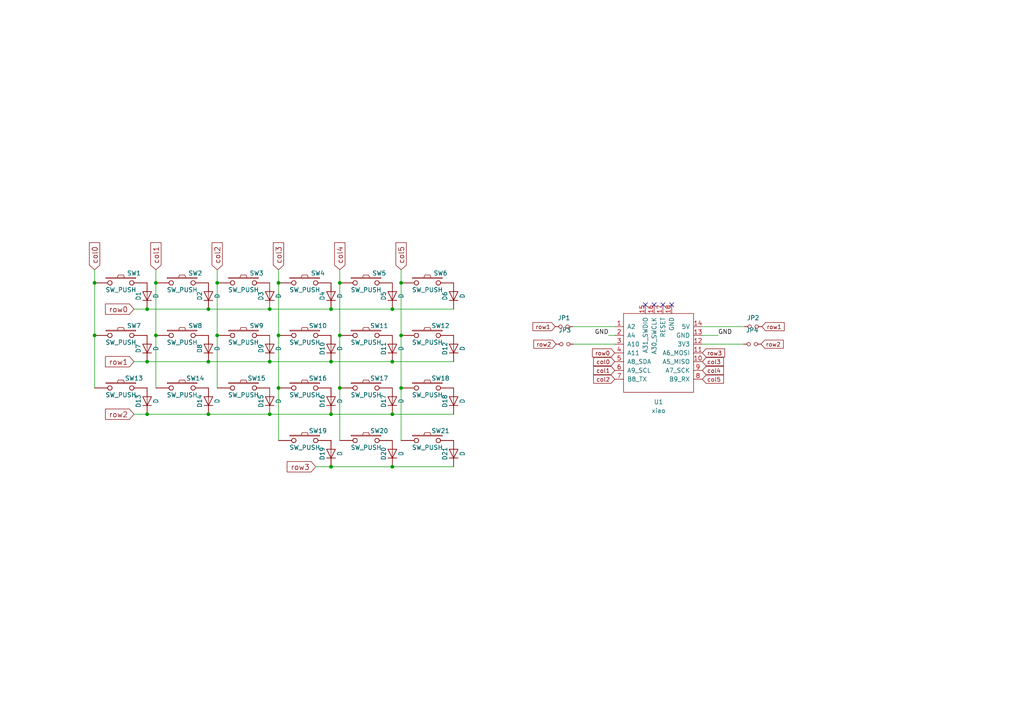
<source format=kicad_sch>
(kicad_sch (version 20211123) (generator eeschema)
  (paper "A4")
  (title_block (title "Corne Classic") (date "2018-08-24") (rev "2.0") (company "foostan"))
  (lib_symbols
    (symbol "Xiao:xiao" (pin_names (offset 1.016))
      (property "Reference" "U" (at -10.16 15.24 0))
      (property "Value" "xiao" (at -8.89 12.7 0))
      (symbol "xiao_0_1"
        (rectangle (start -10.16 11.43) (end 10.16 -11.43))
      )
      (symbol "xiao_1_1"
        (pin bidirectional line (at -12.7 7.62 0) (length 2.54) (name "A2") (number "1"))
        (pin bidirectional line (at 12.7 -2.54 180) (length 2.54) (name "A5_MISO") (number "10"))
        (pin bidirectional line (at 12.7 0 180) (length 2.54) (name "A6_MOSI") (number "11"))
        (pin power_out line (at 12.7 2.54 180) (length 2.54) (name "3V3") (number "12"))
        (pin power_out line (at 12.7 5.08 180) (length 2.54) (name "GND") (number "13"))
        (pin power_out line (at 12.7 7.62 180) (length 2.54) (name "5V") (number "14"))
        (pin input line (at -3.81 13.97 270) (length 2.54) (name "A31_SWDIO") (number "15"))
        (pin input line (at -1.27 13.97 270) (length 2.54) (name "A30_SWCLK") (number "16"))
        (pin input line (at 1.27 13.97 270) (length 2.54) (name "RESET") (number "17"))
        (pin power_out line (at 3.81 13.97 270) (length 2.54) (name "GND") (number "18"))
        (pin bidirectional line (at -12.7 5.08 0) (length 2.54) (name "A4") (number "2"))
        (pin bidirectional line (at -12.7 2.54 0) (length 2.54) (name "A10") (number "3"))
        (pin bidirectional line (at -12.7 0 0) (length 2.54) (name "A11") (number "4"))
        (pin bidirectional line (at -12.7 -2.54 0) (length 2.54) (name "A8_SDA") (number "5"))
        (pin bidirectional line (at -12.7 -5.08 0) (length 2.54) (name "A9_SCL") (number "6"))
        (pin bidirectional line (at -12.7 -7.62 0) (length 2.54) (name "B8_TX") (number "7"))
        (pin bidirectional line (at 12.7 -7.62 180) (length 2.54) (name "B9_RX") (number "8"))
        (pin bidirectional line (at 12.7 -5.08 180) (length 2.54) (name "A7_SCK") (number "9"))
      )
    )
    (symbol "xorne-pcb:D-Device" (pin_numbers hide) (pin_names (offset 1.016) hide)
      (property "Reference" "D" (at 0 2.54 0))
      (property "Value" "D-Device" (at 0 -2.54 0))
      (symbol "D-Device_0_1"
        (polyline (pts (xy -1.27 1.27) (xy -1.27 -1.27)) (stroke (width 0.2032)))
        (polyline (pts (xy 1.27 0) (xy -1.27 0)))
        (polyline (pts (xy 1.27 1.27) (xy 1.27 -1.27) (xy -1.27 0) (xy 1.27 1.27)) (stroke (width 0.2032)))
      )
      (symbol "D-Device_1_1"
        (pin passive line (at -3.81 0 0) (length 2.54) (name "K") (number "1"))
        (pin passive line (at 3.81 0 180) (length 2.54) (name "A") (number "2"))
      )
    )
    (symbol "xorne-pcb:Jumper_NO_Small-Device" (pin_numbers hide) (pin_names (offset 0.762) hide)
      (property "Reference" "JP" (at 0 2.032 0))
      (property "Value" "Jumper_NO_Small-Device" (at 0.254 -1.524 0))
      (symbol "Jumper_NO_Small-Device_0_1"
        (circle (center -1.016 0) (radius 0.508))
        (circle (center 1.016 0) (radius 0.508))
        (pin passive line (at -2.54 0 0) (length 1.016) (name "1") (number "1"))
        (pin passive line (at 2.54 0 180) (length 1.016) (name "2") (number "2"))
      )
    )
    (symbol "xorne-pcb:SW_PUSH-kbd" (pin_numbers hide) (pin_names (offset 1.016) hide)
      (property "Reference" "SW" (at 3.81 2.794 0))
      (property "Value" "SW_PUSH-kbd" (at 0 -2.032 0))
      (symbol "SW_PUSH-kbd_0_1"
        (rectangle (start -4.318 1.27) (end 4.318 1.524))
        (polyline (pts (xy -1.016 1.524) (xy -0.762 2.286) (xy 0.762 2.286) (xy 1.016 1.524)))
        (pin passive inverted (at -7.62 0 0) (length 5.08) (name "1") (number "1"))
        (pin passive inverted (at 7.62 0 180) (length 5.08) (name "2") (number "2"))
      )
    )
  )
  (junction (at 98.552 112.522))
  (junction (at 80.772 112.522))
  (junction (at 60.452 89.662))
  (junction (at 62.992 82.042))
  (junction (at 42.672 104.902))
  (junction (at 98.552 82.042))
  (junction (at 78.232 104.902))
  (junction (at 60.452 120.142))
  (junction (at 96.012 89.662))
  (junction (at 96.012 135.382))
  (junction (at 45.212 82.042))
  (junction (at 42.672 120.142))
  (junction (at 116.332 82.042))
  (junction (at 80.772 97.282))
  (junction (at 78.232 89.662))
  (junction (at 113.792 89.662))
  (junction (at 27.432 82.042))
  (junction (at 96.012 104.902))
  (junction (at 45.212 97.282))
  (junction (at 96.012 120.142))
  (junction (at 62.992 97.282))
  (junction (at 113.792 120.142))
  (junction (at 116.332 112.522))
  (junction (at 113.792 135.382))
  (junction (at 78.232 120.142))
  (junction (at 60.452 104.902))
  (junction (at 116.332 97.282))
  (junction (at 27.432 97.282))
  (junction (at 113.792 104.902))
  (junction (at 98.552 97.282))
  (junction (at 80.772 82.042))
  (junction (at 42.672 89.662))
  (no_connect (at 189.738 88.392))
  (no_connect (at 194.818 88.392))
  (no_connect (at 192.278 88.392))
  (no_connect (at 187.198 88.392))
  (wire (pts (xy 45.212 97.282) (xy 45.212 112.522)))
  (wire (pts (xy 80.772 78.232) (xy 80.772 82.042)))
  (wire (pts (xy 113.792 120.142) (xy 131.572 120.142)))
  (wire (pts (xy 96.012 104.902) (xy 113.792 104.902)))
  (wire (pts (xy 78.232 89.662) (xy 96.012 89.662)))
  (wire (pts (xy 203.708 99.822) (xy 215.646 99.822)))
  (wire (pts (xy 203.708 97.282) (xy 208.28 97.282)))
  (wire (pts (xy 38.862 120.142) (xy 42.672 120.142)))
  (wire (pts (xy 78.232 104.902) (xy 96.012 104.902)))
  (wire (pts (xy 98.552 112.522) (xy 98.552 127.762)))
  (wire (pts (xy 203.708 94.742) (xy 215.9 94.742)))
  (wire (pts (xy 60.452 120.142) (xy 78.232 120.142)))
  (wire (pts (xy 62.992 82.042) (xy 62.992 97.282)))
  (wire (pts (xy 91.567 135.382) (xy 96.012 135.382)))
  (wire (pts (xy 116.332 97.282) (xy 116.332 112.522)))
  (wire (pts (xy 178.308 99.822) (xy 166.37 99.822)))
  (wire (pts (xy 42.672 104.902) (xy 60.452 104.902)))
  (wire (pts (xy 60.452 89.662) (xy 78.232 89.662)))
  (wire (pts (xy 62.992 78.232) (xy 62.992 82.042)))
  (wire (pts (xy 42.672 89.662) (xy 60.452 89.662)))
  (wire (pts (xy 113.792 135.382) (xy 131.572 135.382)))
  (wire (pts (xy 80.772 82.042) (xy 80.772 97.282)))
  (wire (pts (xy 45.212 82.042) (xy 45.212 97.282)))
  (wire (pts (xy 38.862 104.902) (xy 42.672 104.902)))
  (wire (pts (xy 113.792 89.662) (xy 131.572 89.662)))
  (wire (pts (xy 62.992 97.282) (xy 62.992 112.522)))
  (wire (pts (xy 78.232 120.142) (xy 96.012 120.142)))
  (wire (pts (xy 116.332 112.522) (xy 116.332 127.762)))
  (wire (pts (xy 98.552 78.232) (xy 98.552 82.042)))
  (wire (pts (xy 38.862 89.662) (xy 42.672 89.662)))
  (wire (pts (xy 116.332 78.232) (xy 116.332 82.042)))
  (wire (pts (xy 96.012 135.382) (xy 113.792 135.382)))
  (wire (pts (xy 178.308 97.282) (xy 176.53 97.282)))
  (wire (pts (xy 113.792 104.902) (xy 131.572 104.902)))
  (wire (pts (xy 27.432 78.232) (xy 27.432 82.042)))
  (wire (pts (xy 116.332 82.042) (xy 116.332 97.282)))
  (wire (pts (xy 80.772 97.282) (xy 80.772 112.522)))
  (wire (pts (xy 178.308 94.742) (xy 166.116 94.742)))
  (wire (pts (xy 96.012 120.142) (xy 113.792 120.142)))
  (wire (pts (xy 60.452 104.902) (xy 78.232 104.902)))
  (wire (pts (xy 80.772 112.522) (xy 80.772 127.762)))
  (wire (pts (xy 27.432 97.282) (xy 27.432 112.522)))
  (wire (pts (xy 98.552 82.042) (xy 98.552 97.282)))
  (wire (pts (xy 96.012 89.662) (xy 113.792 89.662)))
  (wire (pts (xy 98.552 97.282) (xy 98.552 112.522)))
  (wire (pts (xy 42.672 120.142) (xy 60.452 120.142)))
  (wire (pts (xy 27.432 82.042) (xy 27.432 97.282)))
  (wire (pts (xy 45.212 78.232) (xy 45.212 82.042)))
  (label "GND" (at 208.28 97.282 0))
  (label "GND" (at 176.53 97.282 180))
  (global_label "row2" (shape input) (at 220.726 99.822 0) (effects (font (size 1.1938 1.1938))) (property "Intersheet References" "${INTERSHEET_REFS}" (effects hide)))
  (global_label "col1" (shape input) (at 45.212 78.232 90) (effects (font (size 1.524 1.524))) (property "Intersheet References" "${INTERSHEET_REFS}" (effects hide)))
  (global_label "col5" (shape input) (at 116.332 78.232 90) (effects (font (size 1.524 1.524))) (property "Intersheet References" "${INTERSHEET_REFS}" (effects hide)))
  (global_label "col5" (shape input) (at 203.708 109.982 0) (effects (font (size 1.1938 1.1938))) (property "Intersheet References" "${INTERSHEET_REFS}" (effects hide)))
  (global_label "row1" (shape input) (at 220.98 94.742 0) (effects (font (size 1.1938 1.1938))) (property "Intersheet References" "${INTERSHEET_REFS}" (effects hide)))
  (global_label "row0" (shape input) (at 178.308 102.362 180) (effects (font (size 1.1938 1.1938))) (property "Intersheet References" "${INTERSHEET_REFS}" (effects hide)))
  (global_label "row1" (shape input) (at 38.862 104.902 180) (effects (font (size 1.524 1.524))) (property "Intersheet References" "${INTERSHEET_REFS}" (effects hide)))
  (global_label "row2" (shape input) (at 161.29 99.822 180) (effects (font (size 1.1938 1.1938))) (property "Intersheet References" "${INTERSHEET_REFS}" (effects hide)))
  (global_label "col0" (shape input) (at 27.432 78.232 90) (effects (font (size 1.524 1.524))) (property "Intersheet References" "${INTERSHEET_REFS}" (effects hide)))
  (global_label "col3" (shape input) (at 80.772 78.232 90) (effects (font (size 1.524 1.524))) (property "Intersheet References" "${INTERSHEET_REFS}" (effects hide)))
  (global_label "row3" (shape input) (at 203.708 102.362 0) (effects (font (size 1.1938 1.1938))) (property "Intersheet References" "${INTERSHEET_REFS}" (effects hide)))
  (global_label "col1" (shape input) (at 178.308 107.442 180) (effects (font (size 1.1938 1.1938))) (property "Intersheet References" "${INTERSHEET_REFS}" (effects hide)))
  (global_label "col3" (shape input) (at 203.708 104.902 0) (effects (font (size 1.1938 1.1938))) (property "Intersheet References" "${INTERSHEET_REFS}" (effects hide)))
  (global_label "col4" (shape input) (at 98.552 78.232 90) (effects (font (size 1.524 1.524))) (property "Intersheet References" "${INTERSHEET_REFS}" (effects hide)))
  (global_label "col4" (shape input) (at 203.708 107.442 0) (effects (font (size 1.1938 1.1938))) (property "Intersheet References" "${INTERSHEET_REFS}" (effects hide)))
  (global_label "row2" (shape input) (at 38.862 120.142 180) (effects (font (size 1.524 1.524))) (property "Intersheet References" "${INTERSHEET_REFS}" (effects hide)))
  (global_label "row3" (shape input) (at 91.567 135.382 180) (effects (font (size 1.524 1.524))) (property "Intersheet References" "${INTERSHEET_REFS}" (effects hide)))
  (global_label "col0" (shape input) (at 178.308 104.902 180) (effects (font (size 1.1938 1.1938))) (property "Intersheet References" "${INTERSHEET_REFS}" (effects hide)))
  (global_label "row1" (shape input) (at 161.036 94.742 180) (effects (font (size 1.1938 1.1938))) (property "Intersheet References" "${INTERSHEET_REFS}" (effects hide)))
  (global_label "col2" (shape input) (at 62.992 78.232 90) (effects (font (size 1.524 1.524))) (property "Intersheet References" "${INTERSHEET_REFS}" (effects hide)))
  (global_label "row0" (shape input) (at 38.862 89.662 180) (effects (font (size 1.524 1.524))) (property "Intersheet References" "${INTERSHEET_REFS}" (effects hide)))
  (global_label "col2" (shape input) (at 178.308 109.982 180) (effects (font (size 1.1938 1.1938))) (property "Intersheet References" "${INTERSHEET_REFS}" (effects hide)))
  (symbol (lib_id "xorne-pcb:SW_PUSH-kbd") (at 52.832 82.042 0) (unit 1)
    (property "Reference" "SW2" (at 56.642 79.248 0))
    (property "Value" "SW_PUSH" (at 52.832 84.074 0))
    (property "Footprint" "KBD:SW_Kailh_Choc_Mini_2" (effects hide))
  )
  (symbol (lib_id "xorne-pcb:D-Device") (at 60.452 85.852 90) (unit 1)
    (property "Reference" "D2" (at 57.912 85.852 0))
    (property "Value" "D" (at 62.992 85.852 0))
    (property "Footprint" "KBD:D3_SMD" (effects hide))
  )
  (symbol (lib_id "xorne-pcb:SW_PUSH-kbd") (at 70.612 82.042 0) (unit 1)
    (property "Reference" "SW3" (at 74.422 79.248 0))
    (property "Value" "SW_PUSH" (at 70.612 84.074 0))
    (property "Footprint" "KBD:SW_Kailh_Choc_Mini_2" (effects hide))
  )
  (symbol (lib_id "xorne-pcb:D-Device") (at 78.232 85.852 90) (unit 1)
    (property "Reference" "D3" (at 75.692 85.852 0))
    (property "Value" "D" (at 80.772 85.852 0))
    (property "Footprint" "KBD:D3_SMD" (effects hide))
  )
  (symbol (lib_id "xorne-pcb:SW_PUSH-kbd") (at 88.392 82.042 0) (unit 1)
    (property "Reference" "SW4" (at 92.202 79.248 0))
    (property "Value" "SW_PUSH" (at 88.392 84.074 0))
    (property "Footprint" "KBD:SW_Kailh_Choc_Mini_2" (effects hide))
  )
  (symbol (lib_id "xorne-pcb:SW_PUSH-kbd") (at 106.172 82.042 0) (unit 1)
    (property "Reference" "SW5" (at 109.982 79.248 0))
    (property "Value" "SW_PUSH" (at 106.172 84.074 0))
    (property "Footprint" "KBD:SW_Kailh_Choc_Mini_2" (effects hide))
  )
  (symbol (lib_id "xorne-pcb:SW_PUSH-kbd") (at 123.952 82.042 0) (unit 1)
    (property "Reference" "SW6" (at 127.762 79.248 0))
    (property "Value" "SW_PUSH" (at 123.952 84.074 0))
    (property "Footprint" "KBD:SW_Kailh_Choc_Mini_2" (effects hide))
  )
  (symbol (lib_id "xorne-pcb:D-Device") (at 96.012 85.852 90) (unit 1)
    (property "Reference" "D4" (at 93.472 85.852 0))
    (property "Value" "D" (at 98.552 85.852 0))
    (property "Footprint" "KBD:D3_SMD" (effects hide))
  )
  (symbol (lib_id "xorne-pcb:D-Device") (at 113.792 85.852 90) (unit 1)
    (property "Reference" "D5" (at 111.252 85.852 0))
    (property "Value" "D" (at 116.332 85.852 0))
    (property "Footprint" "KBD:D3_SMD" (effects hide))
  )
  (symbol (lib_id "xorne-pcb:D-Device") (at 131.572 85.852 90) (unit 1)
    (property "Reference" "D6" (at 129.032 85.852 0))
    (property "Value" "D" (at 134.112 85.852 0))
    (property "Footprint" "KBD:D3_SMD" (effects hide))
  )
  (symbol (lib_id "xorne-pcb:SW_PUSH-kbd") (at 35.052 82.042 0) (unit 1)
    (property "Reference" "SW1" (at 38.862 79.248 0))
    (property "Value" "SW_PUSH" (at 35.052 84.074 0))
    (property "Footprint" "KBD:SW_Kailh_Choc_Mini_2" (effects hide))
  )
  (symbol (lib_id "xorne-pcb:D-Device") (at 42.672 85.852 90) (unit 1)
    (property "Reference" "D1" (at 40.132 85.852 0))
    (property "Value" "D" (at 45.212 85.852 0))
    (property "Footprint" "KBD:D3_SMD" (effects hide))
  )
  (symbol (lib_id "xorne-pcb:SW_PUSH-kbd") (at 52.832 97.282 0) (unit 1)
    (property "Reference" "SW8" (at 56.642 94.488 0))
    (property "Value" "SW_PUSH" (at 52.832 99.314 0))
    (property "Footprint" "KBD:SW_Kailh_Choc_Mini_2" (effects hide))
  )
  (symbol (lib_id "xorne-pcb:D-Device") (at 60.452 101.092 90) (unit 1)
    (property "Reference" "D8" (at 57.912 101.092 0))
    (property "Value" "D" (at 62.992 101.092 0))
    (property "Footprint" "KBD:D3_SMD" (effects hide))
  )
  (symbol (lib_id "xorne-pcb:SW_PUSH-kbd") (at 70.612 97.282 0) (unit 1)
    (property "Reference" "SW9" (at 74.422 94.488 0))
    (property "Value" "SW_PUSH" (at 70.612 99.314 0))
    (property "Footprint" "KBD:SW_Kailh_Choc_Mini_2" (effects hide))
  )
  (symbol (lib_id "xorne-pcb:D-Device") (at 78.232 101.092 90) (unit 1)
    (property "Reference" "D9" (at 75.692 101.092 0))
    (property "Value" "D" (at 80.772 101.092 0))
    (property "Footprint" "KBD:D3_SMD" (effects hide))
  )
  (symbol (lib_id "xorne-pcb:SW_PUSH-kbd") (at 88.392 97.282 0) (unit 1)
    (property "Reference" "SW10" (at 92.202 94.488 0))
    (property "Value" "SW_PUSH" (at 88.392 99.314 0))
    (property "Footprint" "KBD:SW_Kailh_Choc_Mini_2" (effects hide))
  )
  (symbol (lib_id "xorne-pcb:SW_PUSH-kbd") (at 106.172 97.282 0) (unit 1)
    (property "Reference" "SW11" (at 109.982 94.488 0))
    (property "Value" "SW_PUSH" (at 106.172 99.314 0))
    (property "Footprint" "KBD:SW_Kailh_Choc_Mini_2" (effects hide))
  )
  (symbol (lib_id "xorne-pcb:SW_PUSH-kbd") (at 123.952 97.282 0) (unit 1)
    (property "Reference" "SW12" (at 127.762 94.488 0))
    (property "Value" "SW_PUSH" (at 123.952 99.314 0))
    (property "Footprint" "KBD:SW_Kailh_Choc_Mini_2" (effects hide))
  )
  (symbol (lib_id "xorne-pcb:D-Device") (at 96.012 101.092 90) (unit 1)
    (property "Reference" "D10" (at 93.472 101.092 0))
    (property "Value" "D" (at 98.552 101.092 0))
    (property "Footprint" "KBD:D3_SMD" (effects hide))
  )
  (symbol (lib_id "xorne-pcb:D-Device") (at 113.792 101.092 90) (unit 1)
    (property "Reference" "D11" (at 111.252 101.092 0))
    (property "Value" "D" (at 116.332 101.092 0))
    (property "Footprint" "KBD:D3_SMD" (effects hide))
  )
  (symbol (lib_id "xorne-pcb:D-Device") (at 131.572 101.092 90) (unit 1)
    (property "Reference" "D12" (at 129.032 101.092 0))
    (property "Value" "D" (at 134.112 101.092 0))
    (property "Footprint" "KBD:D3_SMD" (effects hide))
  )
  (symbol (lib_id "xorne-pcb:SW_PUSH-kbd") (at 35.052 97.282 0) (unit 1)
    (property "Reference" "SW7" (at 38.862 94.488 0))
    (property "Value" "SW_PUSH" (at 35.052 99.314 0))
    (property "Footprint" "KBD:SW_Kailh_Choc_Mini_2" (effects hide))
  )
  (symbol (lib_id "xorne-pcb:D-Device") (at 42.672 101.092 90) (unit 1)
    (property "Reference" "D7" (at 40.132 101.092 0))
    (property "Value" "D" (at 45.212 101.092 0))
    (property "Footprint" "KBD:D3_SMD" (effects hide))
  )
  (symbol (lib_id "xorne-pcb:SW_PUSH-kbd") (at 52.832 112.522 0) (unit 1)
    (property "Reference" "SW14" (at 56.642 109.728 0))
    (property "Value" "SW_PUSH" (at 52.832 114.554 0))
    (property "Footprint" "KBD:SW_Kailh_Choc_Mini_2" (effects hide))
  )
  (symbol (lib_id "xorne-pcb:D-Device") (at 60.452 116.332 90) (unit 1)
    (property "Reference" "D14" (at 57.912 116.332 0))
    (property "Value" "D" (at 62.992 116.332 0))
    (property "Footprint" "KBD:D3_SMD" (effects hide))
  )
  (symbol (lib_id "xorne-pcb:SW_PUSH-kbd") (at 70.612 112.522 0) (unit 1)
    (property "Reference" "SW15" (at 74.422 109.728 0))
    (property "Value" "SW_PUSH" (at 70.612 114.554 0))
    (property "Footprint" "KBD:SW_Kailh_Choc_Mini_2" (effects hide))
  )
  (symbol (lib_id "xorne-pcb:D-Device") (at 78.232 116.332 90) (unit 1)
    (property "Reference" "D15" (at 75.692 116.332 0))
    (property "Value" "D" (at 80.772 116.332 0))
    (property "Footprint" "KBD:D3_SMD" (effects hide))
  )
  (symbol (lib_id "xorne-pcb:SW_PUSH-kbd") (at 88.392 112.522 0) (unit 1)
    (property "Reference" "SW16" (at 92.202 109.728 0))
    (property "Value" "SW_PUSH" (at 88.392 114.554 0))
    (property "Footprint" "KBD:SW_Kailh_Choc_Mini_2" (effects hide))
  )
  (symbol (lib_id "xorne-pcb:SW_PUSH-kbd") (at 106.172 112.522 0) (unit 1)
    (property "Reference" "SW17" (at 109.982 109.728 0))
    (property "Value" "SW_PUSH" (at 106.172 114.554 0))
    (property "Footprint" "KBD:SW_Kailh_Choc_Mini_2" (effects hide))
  )
  (symbol (lib_id "xorne-pcb:SW_PUSH-kbd") (at 123.952 112.522 0) (unit 1)
    (property "Reference" "SW18" (at 127.762 109.728 0))
    (property "Value" "SW_PUSH" (at 123.952 114.554 0))
    (property "Footprint" "KBD:SW_Kailh_Choc_Mini_2" (effects hide))
  )
  (symbol (lib_id "xorne-pcb:D-Device") (at 96.012 116.332 90) (unit 1)
    (property "Reference" "D16" (at 93.472 116.332 0))
    (property "Value" "D" (at 98.552 116.332 0))
    (property "Footprint" "KBD:D3_SMD" (effects hide))
  )
  (symbol (lib_id "xorne-pcb:D-Device") (at 113.792 116.332 90) (unit 1)
    (property "Reference" "D17" (at 111.252 116.332 0))
    (property "Value" "D" (at 116.332 116.332 0))
    (property "Footprint" "KBD:D3_SMD" (effects hide))
  )
  (symbol (lib_id "xorne-pcb:D-Device") (at 131.572 116.332 90) (unit 1)
    (property "Reference" "D18" (at 129.032 116.332 0))
    (property "Value" "D" (at 134.112 116.332 0))
    (property "Footprint" "KBD:D3_SMD" (effects hide))
  )
  (symbol (lib_id "xorne-pcb:SW_PUSH-kbd") (at 35.052 112.522 0) (unit 1)
    (property "Reference" "SW13" (at 38.862 109.728 0))
    (property "Value" "SW_PUSH" (at 35.052 114.554 0))
    (property "Footprint" "KBD:SW_Kailh_Choc_Mini_2" (effects hide))
  )
  (symbol (lib_id "xorne-pcb:D-Device") (at 42.672 116.332 90) (unit 1)
    (property "Reference" "D13" (at 40.132 116.332 0))
    (property "Value" "D" (at 45.212 116.332 0))
    (property "Footprint" "KBD:D3_SMD" (effects hide))
  )
  (symbol (lib_id "xorne-pcb:SW_PUSH-kbd") (at 106.172 127.762 0) (unit 1)
    (property "Reference" "SW20" (at 109.982 124.968 0))
    (property "Value" "SW_PUSH" (at 106.172 129.794 0))
    (property "Footprint" "KBD:SW_Kailh_Choc_Mini_2" (effects hide))
  )
  (symbol (lib_id "xorne-pcb:D-Device") (at 113.792 131.572 90) (unit 1)
    (property "Reference" "D20" (at 111.252 131.572 0))
    (property "Value" "D" (at 116.332 131.572 0))
    (property "Footprint" "KBD:D3_SMD" (effects hide))
  )
  (symbol (lib_id "xorne-pcb:SW_PUSH-kbd") (at 123.952 127.762 0) (unit 1)
    (property "Reference" "SW21" (at 127.762 124.968 0))
    (property "Value" "SW_PUSH" (at 123.952 129.794 0))
    (property "Footprint" "KBD:SW_Kailh_Choc_Mini_2" (effects hide))
  )
  (symbol (lib_id "xorne-pcb:D-Device") (at 131.572 131.572 90) (unit 1)
    (property "Reference" "D21" (at 129.032 131.572 0))
    (property "Value" "D" (at 134.112 131.572 0))
    (property "Footprint" "KBD:D3_SMD" (effects hide))
  )
  (symbol (lib_id "xorne-pcb:SW_PUSH-kbd") (at 88.392 127.762 0) (unit 1)
    (property "Reference" "SW19" (at 92.202 124.968 0))
    (property "Value" "SW_PUSH" (at 88.392 129.794 0))
    (property "Footprint" "KBD:SW_Kailh_Choc_Mini_2" (effects hide))
  )
  (symbol (lib_id "xorne-pcb:D-Device") (at 96.012 131.572 90) (unit 1)
    (property "Reference" "D19" (at 93.472 131.572 0))
    (property "Value" "D" (at 98.552 131.572 0))
    (property "Footprint" "KBD:D3_SMD" (effects hide))
  )
  (symbol (lib_id "Xiao:xiao") (at 191.008 102.362 0) (unit 1)
    (property "Reference" "U1" (at 191.008 116.586 0))
    (property "Value" "xiao" (at 191.008 119.126 0))
    (property "Footprint" "Xiao:xiao-tht" (effects hide))
  )
  (symbol (lib_id "xorne-pcb:Jumper_NO_Small-Device") (at 218.44 94.742 0) (unit 1)
    (property "Reference" "JP2" (at 218.44 92.202 0))
    (property "Value" "Jumper_NO_Small-Device" (effects hide))
    (property "Footprint" "KBD:Jumper" (effects hide))
  )
  (symbol (lib_id "xorne-pcb:Jumper_NO_Small-Device") (at 218.186 99.822 0) (unit 1)
    (property "Reference" "JP4" (at 218.186 95.758 0))
    (property "Value" "Jumper_NO_Small-Device" (effects hide))
    (property "Footprint" "KBD:Jumper" (effects hide))
  )
  (symbol (lib_id "xorne-pcb:Jumper_NO_Small-Device") (at 163.576 94.742 0) (mirror y) (unit 1)
    (property "Reference" "JP1" (at 163.576 92.202 0))
    (property "Value" "Jumper_NO_Small-Device" (effects hide))
    (property "Footprint" "KBD:Jumper" (effects hide))
  )
  (symbol (lib_id "xorne-pcb:Jumper_NO_Small-Device") (at 163.83 99.822 0) (mirror y) (unit 1)
    (property "Reference" "JP3" (at 163.83 95.758 0))
    (property "Value" "Jumper_NO_Small-Device" (effects hide))
    (property "Footprint" "KBD:Jumper" (effects hide))
  )
)
</source>
